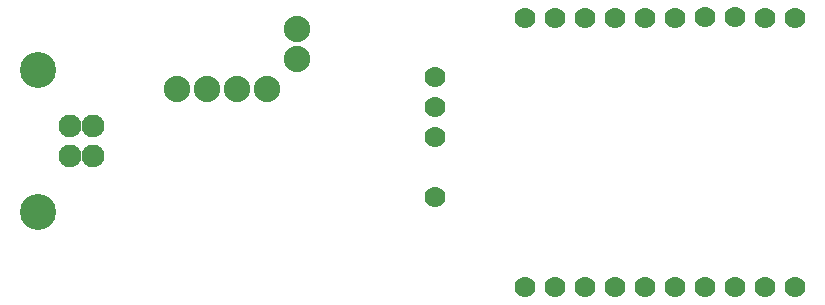
<source format=gbs>
G04 MADE WITH FRITZING*
G04 WWW.FRITZING.ORG*
G04 DOUBLE SIDED*
G04 HOLES PLATED*
G04 CONTOUR ON CENTER OF CONTOUR VECTOR*
%ASAXBY*%
%FSLAX23Y23*%
%MOIN*%
%OFA0B0*%
%SFA1.0B1.0*%
%ADD10C,0.070000*%
%ADD11C,0.076000*%
%ADD12C,0.120000*%
%ADD13C,0.088000*%
%LNMASK0*%
G90*
G70*
G54D10*
X2764Y67D03*
X2664Y67D03*
X2564Y67D03*
X2464Y67D03*
X2364Y67D03*
X2264Y67D03*
X2164Y67D03*
X2064Y67D03*
X1964Y67D03*
X1864Y67D03*
X2764Y966D03*
X2664Y966D03*
X2564Y967D03*
X2464Y967D03*
X2364Y966D03*
X2264Y966D03*
X2164Y966D03*
X2064Y966D03*
X1964Y966D03*
X1864Y966D03*
X1564Y367D03*
X1564Y567D03*
X1564Y667D03*
X1564Y767D03*
G54D11*
X424Y504D03*
X424Y603D03*
X346Y603D03*
X346Y504D03*
G54D12*
X239Y317D03*
X239Y791D03*
G54D13*
X1002Y729D03*
X902Y729D03*
X802Y729D03*
X702Y729D03*
X1102Y929D03*
X1102Y829D03*
G04 End of Mask0*
M02*
</source>
